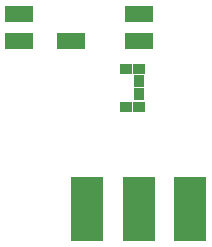
<source format=gbr>
G04 #@! TF.FileFunction,Soldermask,Top*
%FSLAX46Y46*%
G04 Gerber Fmt 4.6, Leading zero omitted, Abs format (unit mm)*
G04 Created by KiCad (PCBNEW 4.0.5) date 02/24/17 03:06:36*
%MOMM*%
%LPD*%
G01*
G04 APERTURE LIST*
%ADD10C,0.127000*%
%ADD11R,1.000000X0.900000*%
%ADD12R,0.900000X1.000000*%
%ADD13R,2.690000X5.480000*%
%ADD14R,2.820000X5.480000*%
%ADD15R,2.400000X1.400000*%
G04 APERTURE END LIST*
D10*
D11*
X13973900Y11684000D03*
X12873900Y11684000D03*
D12*
X13970000Y12746900D03*
X13970000Y13846900D03*
D11*
X13973900Y14909800D03*
X12873900Y14909800D03*
D13*
X13970000Y3042500D03*
D14*
X9590000Y3042500D03*
X18350000Y3042500D03*
D15*
X8265400Y17265000D03*
X13965400Y17265000D03*
X13965400Y19565000D03*
X3865400Y17265000D03*
X3865400Y19565000D03*
M02*

</source>
